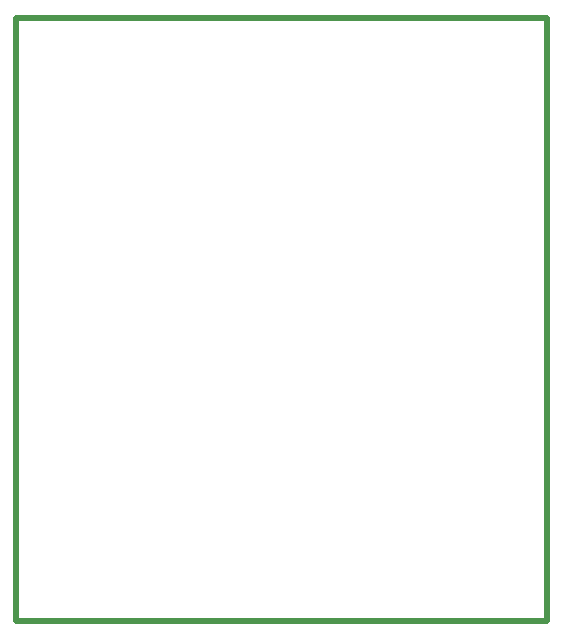
<source format=gko>
G04*
G04 #@! TF.GenerationSoftware,Altium Limited,Altium Designer,20.1.14 (287)*
G04*
G04 Layer_Color=16711935*
%FSLAX25Y25*%
%MOIN*%
G70*
G04*
G04 #@! TF.SameCoordinates,EDB217C5-CD14-42A3-A981-AABFE87B0B62*
G04*
G04*
G04 #@! TF.FilePolarity,Positive*
G04*
G01*
G75*
%ADD54C,0.02000*%
D54*
X354000Y169500D02*
X354000Y370000D01*
X177000D02*
X177000Y169500D01*
X354000D01*
X177000Y370500D02*
X354000Y370500D01*
M02*

</source>
